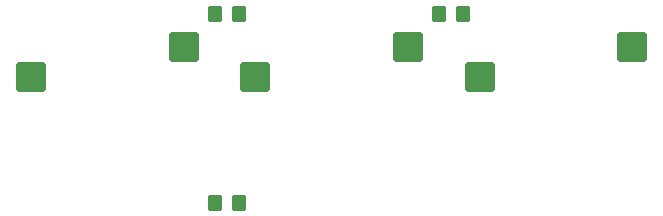
<source format=gbp>
G04 #@! TF.GenerationSoftware,KiCad,Pcbnew,(6.0.4)*
G04 #@! TF.CreationDate,2022-05-25T10:20:10+08:00*
G04 #@! TF.ProjectId,3key-v2,336b6579-2d76-4322-9e6b-696361645f70,rev?*
G04 #@! TF.SameCoordinates,Original*
G04 #@! TF.FileFunction,Paste,Bot*
G04 #@! TF.FilePolarity,Positive*
%FSLAX46Y46*%
G04 Gerber Fmt 4.6, Leading zero omitted, Abs format (unit mm)*
G04 Created by KiCad (PCBNEW (6.0.4)) date 2022-05-25 10:20:10*
%MOMM*%
%LPD*%
G01*
G04 APERTURE LIST*
G04 Aperture macros list*
%AMRoundRect*
0 Rectangle with rounded corners*
0 $1 Rounding radius*
0 $2 $3 $4 $5 $6 $7 $8 $9 X,Y pos of 4 corners*
0 Add a 4 corners polygon primitive as box body*
4,1,4,$2,$3,$4,$5,$6,$7,$8,$9,$2,$3,0*
0 Add four circle primitives for the rounded corners*
1,1,$1+$1,$2,$3*
1,1,$1+$1,$4,$5*
1,1,$1+$1,$6,$7*
1,1,$1+$1,$8,$9*
0 Add four rect primitives between the rounded corners*
20,1,$1+$1,$2,$3,$4,$5,0*
20,1,$1+$1,$4,$5,$6,$7,0*
20,1,$1+$1,$6,$7,$8,$9,0*
20,1,$1+$1,$8,$9,$2,$3,0*%
G04 Aperture macros list end*
%ADD10RoundRect,0.250000X-1.025000X-1.000000X1.025000X-1.000000X1.025000X1.000000X-1.025000X1.000000X0*%
%ADD11RoundRect,0.250000X-0.350000X-0.450000X0.350000X-0.450000X0.350000X0.450000X-0.350000X0.450000X0*%
%ADD12RoundRect,0.250000X0.350000X0.450000X-0.350000X0.450000X-0.350000X-0.450000X0.350000X-0.450000X0*%
G04 APERTURE END LIST*
D10*
X124842000Y-92320000D03*
X111915000Y-94860000D03*
X92915000Y-94860000D03*
X105842000Y-92320000D03*
X130915000Y-94860000D03*
X143842000Y-92320000D03*
D11*
X110500000Y-105500000D03*
X108500000Y-105500000D03*
D12*
X129500000Y-89500000D03*
X127500000Y-89500000D03*
D11*
X108500000Y-89500000D03*
X110500000Y-89500000D03*
M02*

</source>
